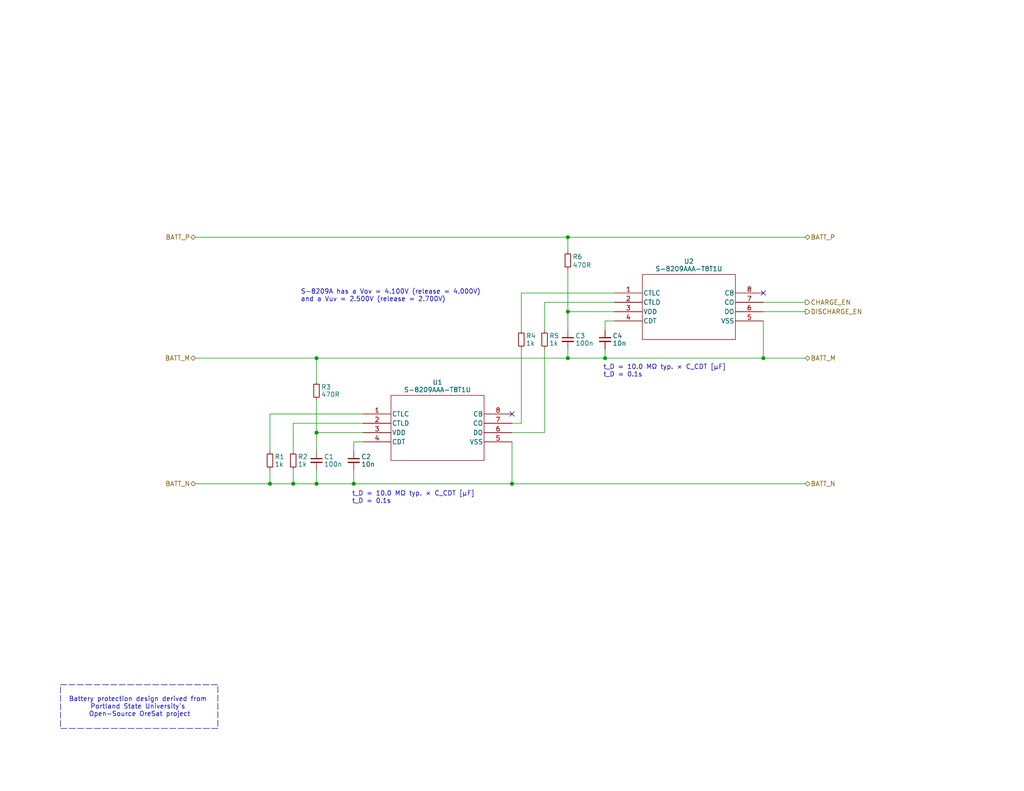
<source format=kicad_sch>
(kicad_sch (version 20250114) (generator "eeschema") (generator_version "9.0")
  (paper "USLetter")
  (title_block (title "Argus Batteryboard") (date "2025-01-08") (rev "v3.0") (company "Carnegie Mellon University") (comment 1 "M. Holliday") (comment 2 "N. Khera") (comment 3 "V. Rajesh"))
  (lib_symbols
    (symbol "Argus-IC:S-8209AAA-T8T1U" (pin_names (offset 0.254))
      (property "Reference" "U" (at 20.32 10.16 0))
      (property "Value" "S-8209AAA-T8T1U" (at 20.32 7.62 0))
      (symbol "S-8209AAA-T8T1U_0_1"
        (polyline (pts (xy 33.02 -12.7) (xy 33.02 5.08) (xy 7.62 5.08) (xy 7.62 -12.7) (xy 33.02 -12.7)))
        (pin unspecified line (at 0 0 0) (length 7.62) (name "CTLC") (number "1"))
        (pin unspecified line (at 0 -2.54 0) (length 7.62) (name "CTLD") (number "2"))
        (pin power_in line (at 0 -5.08 0) (length 7.62) (name "VDD") (number "3"))
        (pin unspecified line (at 0 -7.62 0) (length 7.62) (name "CDT") (number "4"))
        (pin output line (at 40.64 0 180) (length 7.62) (name "CB") (number "8"))
        (pin output line (at 40.64 -2.54 180) (length 7.62) (name "CO") (number "7"))
        (pin output line (at 40.64 -5.08 180) (length 7.62) (name "DO") (number "6"))
        (pin power_out line (at 40.64 -7.62 180) (length 7.62) (name "VSS") (number "5"))
      )
    )
    (symbol "Device:C_Small" (pin_numbers (hide yes)) (pin_names (offset 0.254) (hide yes))
      (property "Reference" "C" (at 0.254 1.778 0))
      (property "Value" "C_Small" (at 0.254 -2.032 0))
      (symbol "C_Small_0_1"
        (polyline (pts (xy -1.524 0.508) (xy 1.524 0.508)) (stroke (width 0.3048)))
        (polyline (pts (xy -1.524 -0.508) (xy 1.524 -0.508)) (stroke (width 0.3302)))
      )
      (symbol "C_Small_1_1"
        (pin passive line (at 0 2.54 270) (length 2.032) (name "~") (number "1"))
        (pin passive line (at 0 -2.54 90) (length 2.032) (name "~") (number "2"))
      )
    )
    (symbol "Device:R_Small" (pin_numbers (hide yes)) (pin_names (offset 0.254) (hide yes))
      (property "Reference" "R" (at 0 0 90))
      (property "Value" "R_Small" (at 1.778 0 90))
      (symbol "R_Small_0_1"
        (rectangle (start -0.762 1.778) (end 0.762 -1.778) (stroke (width 0.2032)))
      )
      (symbol "R_Small_1_1"
        (pin passive line (at 0 2.54 270) (length 0.762) (name "~") (number "1"))
        (pin passive line (at 0 -2.54 90) (length 0.762) (name "~") (number "2"))
      )
    )
  )
  (rectangle (start 16.51 186.944) (end 59.436 198.882) (stroke (width 0) (type dash)))
  (text "S-8209A has a Vov = 4.100V (release = 4.000V)\nand a Vuv = 2.500V (release = 2.700V)" (at 82.042 82.55 0) (effects (font (size 1.27 1.27)) (justify left bottom)))
  (text "t_D = 10.0 MΩ typ. × C_CDT [μF]\nt_D = 0.1s" (at 164.592 101.346 0) (effects (font (size 1.27 1.27)) (justify left)))
  (text "Battery protection design derived from \nPortland State University's \nOpen-Source OreSat project" (at 38.1 193.04 0) (effects (font (size 1.27 1.27))))
  (text "t_D = 10.0 MΩ typ. × C_CDT [μF]\nt_D = 0.1s" (at 96.012 135.89 0) (effects (font (size 1.27 1.27)) (justify left)))
  (junction (at 208.28 97.79))
  (junction (at 73.66 132.08))
  (junction (at 86.36 118.11))
  (junction (at 86.36 97.79))
  (junction (at 154.94 97.79))
  (junction (at 86.36 132.08))
  (junction (at 154.94 85.09))
  (junction (at 139.7 132.08))
  (junction (at 80.01 132.08))
  (junction (at 96.52 132.08))
  (junction (at 165.1 97.79))
  (junction (at 154.94 64.77))
  (no_connect (at 208.28 80.01))
  (no_connect (at 139.7 113.03))
  (wire (pts (xy 154.94 95.25) (xy 154.94 97.79)))
  (wire (pts (xy 86.36 128.27) (xy 86.36 132.08)))
  (wire (pts (xy 96.52 128.27) (xy 96.52 132.08)))
  (wire (pts (xy 99.06 120.65) (xy 96.52 120.65)))
  (wire (pts (xy 154.94 97.79) (xy 165.1 97.79)))
  (wire (pts (xy 99.06 113.03) (xy 73.66 113.03)))
  (wire (pts (xy 73.66 113.03) (xy 73.66 123.19)))
  (wire (pts (xy 148.59 118.11) (xy 148.59 95.25)))
  (wire (pts (xy 208.28 97.79) (xy 219.71 97.79)))
  (wire (pts (xy 80.01 115.57) (xy 80.01 123.19)))
  (wire (pts (xy 208.28 82.55) (xy 219.71 82.55)))
  (wire (pts (xy 96.52 120.65) (xy 96.52 123.19)))
  (wire (pts (xy 53.34 97.79) (xy 86.36 97.79)))
  (wire (pts (xy 53.34 64.77) (xy 154.94 64.77)))
  (wire (pts (xy 165.1 87.63) (xy 165.1 90.17)))
  (wire (pts (xy 208.28 85.09) (xy 219.71 85.09)))
  (wire (pts (xy 86.36 97.79) (xy 86.36 104.14)))
  (wire (pts (xy 86.36 132.08) (xy 96.52 132.08)))
  (wire (pts (xy 154.94 85.09) (xy 167.64 85.09)))
  (wire (pts (xy 165.1 97.79) (xy 208.28 97.79)))
  (wire (pts (xy 73.66 132.08) (xy 80.01 132.08)))
  (wire (pts (xy 86.36 109.22) (xy 86.36 118.11)))
  (wire (pts (xy 139.7 118.11) (xy 148.59 118.11)))
  (wire (pts (xy 96.52 132.08) (xy 139.7 132.08)))
  (wire (pts (xy 86.36 118.11) (xy 99.06 118.11)))
  (wire (pts (xy 142.24 115.57) (xy 142.24 95.25)))
  (wire (pts (xy 154.94 64.77) (xy 219.71 64.77)))
  (wire (pts (xy 165.1 95.25) (xy 165.1 97.79)))
  (wire (pts (xy 139.7 132.08) (xy 219.71 132.08)))
  (wire (pts (xy 86.36 97.79) (xy 154.94 97.79)))
  (wire (pts (xy 142.24 80.01) (xy 167.64 80.01)))
  (wire (pts (xy 80.01 132.08) (xy 86.36 132.08)))
  (wire (pts (xy 148.59 90.17) (xy 148.59 82.55)))
  (wire (pts (xy 53.34 132.08) (xy 73.66 132.08)))
  (wire (pts (xy 73.66 128.27) (xy 73.66 132.08)))
  (wire (pts (xy 142.24 90.17) (xy 142.24 80.01)))
  (wire (pts (xy 154.94 73.66) (xy 154.94 85.09)))
  (wire (pts (xy 139.7 115.57) (xy 142.24 115.57)))
  (wire (pts (xy 154.94 90.17) (xy 154.94 85.09)))
  (wire (pts (xy 148.59 82.55) (xy 167.64 82.55)))
  (wire (pts (xy 80.01 128.27) (xy 80.01 132.08)))
  (wire (pts (xy 99.06 115.57) (xy 80.01 115.57)))
  (wire (pts (xy 208.28 87.63) (xy 208.28 97.79)))
  (wire (pts (xy 154.94 64.77) (xy 154.94 68.58)))
  (wire (pts (xy 86.36 118.11) (xy 86.36 123.19)))
  (wire (pts (xy 139.7 120.65) (xy 139.7 132.08)))
  (wire (pts (xy 167.64 87.63) (xy 165.1 87.63)))
  (hierarchical_label "BATT_M" (shape bidirectional) (at 219.71 97.79 0))
  (hierarchical_label "BATT_P" (shape bidirectional) (at 219.71 64.77 0))
  (hierarchical_label "CHARGE_EN" (shape output) (at 219.71 82.55 0))
  (hierarchical_label "BATT_M" (shape bidirectional) (at 53.34 97.79 180))
  (hierarchical_label "BATT_P" (shape bidirectional) (at 53.34 64.77 180))
  (hierarchical_label "BATT_N" (shape bidirectional) (at 53.34 132.08 180))
  (hierarchical_label "DISCHARGE_EN" (shape output) (at 219.71 85.09 0))
  (hierarchical_label "BATT_N" (shape bidirectional) (at 219.71 132.08 0))
  (symbol (lib_id "Device:R_Small") (at 142.24 92.71 0) (unit 1)
    (property "Reference" "R4" (at 143.51 91.694 0) (effects (justify left)))
    (property "Value" "1k" (at 143.51 93.726 0) (effects (justify left)))
    (property "Footprint" "Resistor_SMD:R_0603_1608Metric" (effects (hide yes)))
    (property "Description" "Resistor, small symbol" (effects (hide yes)))
  )
  (symbol (lib_id "Device:R_Small") (at 86.36 106.68 0) (unit 1)
    (property "Reference" "R3" (at 87.63 105.664 0) (effects (justify left)))
    (property "Value" "470R" (at 87.63 107.696 0) (effects (justify left)))
    (property "Footprint" "Resistor_SMD:R_0603_1608Metric" (effects (hide yes)))
    (property "Description" "Resistor, small symbol" (effects (hide yes)))
  )
  (symbol (lib_id "Device:C_Small") (at 86.36 125.73 0) (unit 1)
    (property "Reference" "C1" (at 88.392 124.714 0) (effects (justify left)))
    (property "Value" "100n" (at 88.392 126.746 0) (effects (justify left)))
    (property "Footprint" "Capacitor_SMD:C_0603_1608Metric" (effects (hide yes)))
    (property "Description" "Unpolarized capacitor, small symbol" (effects (hide yes)))
  )
  (symbol (lib_id "Device:R_Small") (at 80.01 125.73 0) (unit 1)
    (property "Reference" "R2" (at 81.28 124.714 0) (effects (justify left)))
    (property "Value" "1k" (at 81.28 126.746 0) (effects (justify left)))
    (property "Footprint" "Resistor_SMD:R_0603_1608Metric" (effects (hide yes)))
    (property "Description" "Resistor, small symbol" (effects (hide yes)))
  )
  (symbol (lib_id "Argus-IC:S-8209AAA-T8T1U") (at 99.06 113.03 0) (unit 1)
    (property "Reference" "U1" (at 119.38 104.394 0))
    (property "Value" "S-8209AAA-T8T1U" (at 119.38 106.426 0))
    (property "Footprint" "Argus-IC:TSSOP8-E-PKG_FT008-A-P-SD-1.2_ABL" (effects (hide yes)))
    (property "Datasheet" "S-8209AAA-T8T1U" (effects (hide yes)))
  )
  (symbol (lib_id "Device:C_Small") (at 165.1 92.71 0) (unit 1)
    (property "Reference" "C4" (at 167.132 91.694 0) (effects (justify left)))
    (property "Value" "10n" (at 167.132 93.726 0) (effects (justify left)))
    (property "Footprint" "Capacitor_SMD:C_0603_1608Metric" (effects (hide yes)))
    (property "Description" "Unpolarized capacitor, small symbol" (effects (hide yes)))
  )
  (symbol (lib_id "Device:R_Small") (at 154.94 71.12 0) (unit 1)
    (property "Reference" "R6" (at 156.21 70.104 0) (effects (justify left)))
    (property "Value" "470R" (at 156.21 72.39 0) (effects (justify left)))
    (property "Footprint" "Resistor_SMD:R_0603_1608Metric" (effects (hide yes)))
    (property "Description" "Resistor, small symbol" (effects (hide yes)))
  )
  (symbol (lib_id "Device:C_Small") (at 154.94 92.71 0) (unit 1)
    (property "Reference" "C3" (at 156.972 91.694 0) (effects (justify left)))
    (property "Value" "100n" (at 156.972 93.726 0) (effects (justify left)))
    (property "Footprint" "Capacitor_SMD:C_0603_1608Metric" (effects (hide yes)))
    (property "Description" "Unpolarized capacitor, small symbol" (effects (hide yes)))
  )
  (symbol (lib_id "Device:C_Small") (at 96.52 125.73 0) (unit 1)
    (property "Reference" "C2" (at 98.552 124.714 0) (effects (justify left)))
    (property "Value" "10n" (at 98.552 126.746 0) (effects (justify left)))
    (property "Footprint" "Capacitor_SMD:C_0603_1608Metric" (effects (hide yes)))
    (property "Description" "Unpolarized capacitor, small symbol" (effects (hide yes)))
  )
  (symbol (lib_id "Device:R_Small") (at 148.59 92.71 0) (unit 1)
    (property "Reference" "R5" (at 149.86 91.694 0) (effects (justify left)))
    (property "Value" "1k" (at 149.86 93.726 0) (effects (justify left)))
    (property "Footprint" "Resistor_SMD:R_0603_1608Metric" (effects (hide yes)))
    (property "Description" "Resistor, small symbol" (effects (hide yes)))
  )
  (symbol (lib_id "Argus-IC:S-8209AAA-T8T1U") (at 167.64 80.01 0) (unit 1)
    (property "Reference" "U2" (at 187.96 71.374 0))
    (property "Value" "S-8209AAA-T8T1U" (at 187.96 73.406 0))
    (property "Footprint" "Argus-IC:TSSOP8-E-PKG_FT008-A-P-SD-1.2_ABL" (effects (hide yes)))
    (property "Datasheet" "S-8209AAA-T8T1U" (effects (hide yes)))
  )
  (symbol (lib_id "Device:R_Small") (at 73.66 125.73 0) (unit 1)
    (property "Reference" "R1" (at 74.93 124.714 0) (effects (justify left)))
    (property "Value" "1k" (at 74.93 126.746 0) (effects (justify left)))
    (property "Footprint" "Resistor_SMD:R_0603_1608Metric" (effects (hide yes)))
    (property "Description" "Resistor, small symbol" (effects (hide yes)))
  )
)
</source>
